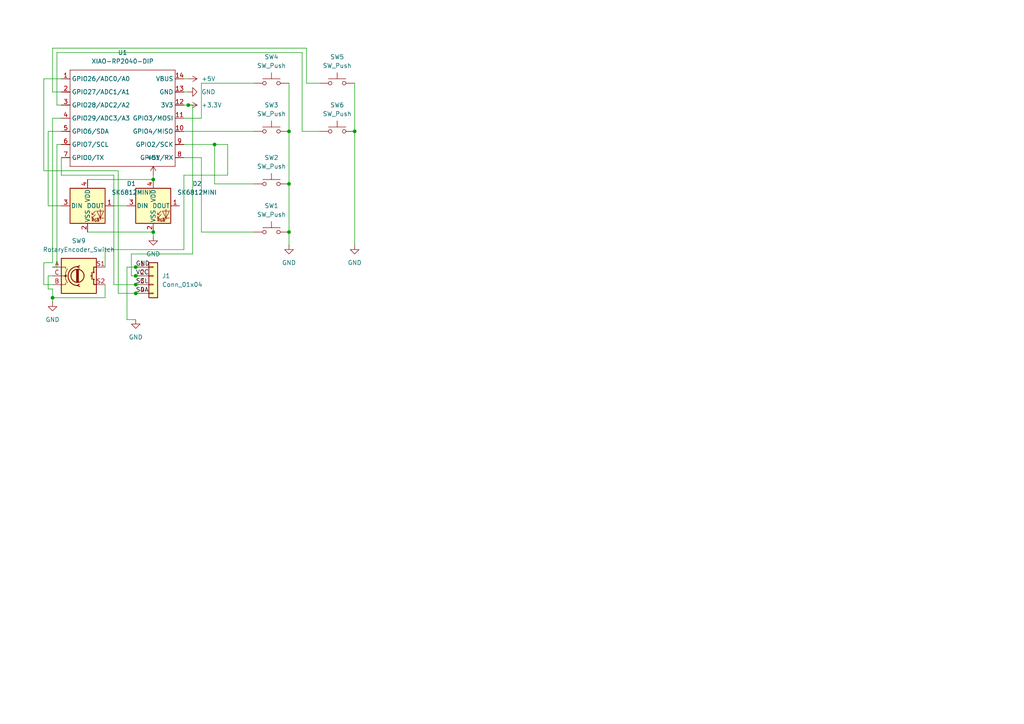
<source format=kicad_sch>
(kicad_sch
	(version 20250114)
	(generator "eeschema")
	(generator_version "9.0")
	(uuid "91f0b259-e73f-488e-b75e-2bf233f2c833")
	(paper "A4")
	(lib_symbols
		(symbol "Connector_Generic:Conn_01x04"
			(pin_names
				(offset 1.016)
				(hide yes)
			)
			(exclude_from_sim no)
			(in_bom yes)
			(on_board yes)
			(property "Reference" "J"
				(at 0 5.08 0)
				(effects
					(font
						(size 1.27 1.27)
					)
				)
			)
			(property "Value" "Conn_01x04"
				(at 0 -7.62 0)
				(effects
					(font
						(size 1.27 1.27)
					)
				)
			)
			(property "Footprint" ""
				(at 0 0 0)
				(effects
					(font
						(size 1.27 1.27)
					)
					(hide yes)
				)
			)
			(property "Datasheet" "~"
				(at 0 0 0)
				(effects
					(font
						(size 1.27 1.27)
					)
					(hide yes)
				)
			)
			(property "Description" "Generic connector, single row, 01x04, script generated (kicad-library-utils/schlib/autogen/connector/)"
				(at 0 0 0)
				(effects
					(font
						(size 1.27 1.27)
					)
					(hide yes)
				)
			)
			(property "ki_keywords" "connector"
				(at 0 0 0)
				(effects
					(font
						(size 1.27 1.27)
					)
					(hide yes)
				)
			)
			(property "ki_fp_filters" "Connector*:*_1x??_*"
				(at 0 0 0)
				(effects
					(font
						(size 1.27 1.27)
					)
					(hide yes)
				)
			)
			(symbol "Conn_01x04_1_1"
				(rectangle
					(start -1.27 3.81)
					(end 1.27 -6.35)
					(stroke
						(width 0.254)
						(type default)
					)
					(fill
						(type background)
					)
				)
				(rectangle
					(start -1.27 2.667)
					(end 0 2.413)
					(stroke
						(width 0.1524)
						(type default)
					)
					(fill
						(type none)
					)
				)
				(rectangle
					(start -1.27 0.127)
					(end 0 -0.127)
					(stroke
						(width 0.1524)
						(type default)
					)
					(fill
						(type none)
					)
				)
				(rectangle
					(start -1.27 -2.413)
					(end 0 -2.667)
					(stroke
						(width 0.1524)
						(type default)
					)
					(fill
						(type none)
					)
				)
				(rectangle
					(start -1.27 -4.953)
					(end 0 -5.207)
					(stroke
						(width 0.1524)
						(type default)
					)
					(fill
						(type none)
					)
				)
				(pin passive line
					(at -5.08 2.54 0)
					(length 3.81)
					(name "Pin_1"
						(effects
							(font
								(size 1.27 1.27)
							)
						)
					)
					(number "1"
						(effects
							(font
								(size 1.27 1.27)
							)
						)
					)
				)
				(pin passive line
					(at -5.08 0 0)
					(length 3.81)
					(name "Pin_2"
						(effects
							(font
								(size 1.27 1.27)
							)
						)
					)
					(number "2"
						(effects
							(font
								(size 1.27 1.27)
							)
						)
					)
				)
				(pin passive line
					(at -5.08 -2.54 0)
					(length 3.81)
					(name "Pin_3"
						(effects
							(font
								(size 1.27 1.27)
							)
						)
					)
					(number "3"
						(effects
							(font
								(size 1.27 1.27)
							)
						)
					)
				)
				(pin passive line
					(at -5.08 -5.08 0)
					(length 3.81)
					(name "Pin_4"
						(effects
							(font
								(size 1.27 1.27)
							)
						)
					)
					(number "4"
						(effects
							(font
								(size 1.27 1.27)
							)
						)
					)
				)
			)
			(embedded_fonts no)
		)
		(symbol "Device:RotaryEncoder_Switch"
			(pin_names
				(offset 0.254)
				(hide yes)
			)
			(exclude_from_sim no)
			(in_bom yes)
			(on_board yes)
			(property "Reference" "SW"
				(at 0 6.604 0)
				(effects
					(font
						(size 1.27 1.27)
					)
				)
			)
			(property "Value" "RotaryEncoder_Switch"
				(at 0 -6.604 0)
				(effects
					(font
						(size 1.27 1.27)
					)
				)
			)
			(property "Footprint" ""
				(at -3.81 4.064 0)
				(effects
					(font
						(size 1.27 1.27)
					)
					(hide yes)
				)
			)
			(property "Datasheet" "~"
				(at 0 6.604 0)
				(effects
					(font
						(size 1.27 1.27)
					)
					(hide yes)
				)
			)
			(property "Description" "Rotary encoder, dual channel, incremental quadrate outputs, with switch"
				(at 0 0 0)
				(effects
					(font
						(size 1.27 1.27)
					)
					(hide yes)
				)
			)
			(property "ki_keywords" "rotary switch encoder switch push button"
				(at 0 0 0)
				(effects
					(font
						(size 1.27 1.27)
					)
					(hide yes)
				)
			)
			(property "ki_fp_filters" "RotaryEncoder*Switch*"
				(at 0 0 0)
				(effects
					(font
						(size 1.27 1.27)
					)
					(hide yes)
				)
			)
			(symbol "RotaryEncoder_Switch_0_1"
				(rectangle
					(start -5.08 5.08)
					(end 5.08 -5.08)
					(stroke
						(width 0.254)
						(type default)
					)
					(fill
						(type background)
					)
				)
				(polyline
					(pts
						(xy -5.08 2.54) (xy -3.81 2.54) (xy -3.81 2.032)
					)
					(stroke
						(width 0)
						(type default)
					)
					(fill
						(type none)
					)
				)
				(polyline
					(pts
						(xy -5.08 0) (xy -3.81 0) (xy -3.81 -1.016) (xy -3.302 -2.032)
					)
					(stroke
						(width 0)
						(type default)
					)
					(fill
						(type none)
					)
				)
				(polyline
					(pts
						(xy -5.08 -2.54) (xy -3.81 -2.54) (xy -3.81 -2.032)
					)
					(stroke
						(width 0)
						(type default)
					)
					(fill
						(type none)
					)
				)
				(polyline
					(pts
						(xy -4.318 0) (xy -3.81 0) (xy -3.81 1.016) (xy -3.302 2.032)
					)
					(stroke
						(width 0)
						(type default)
					)
					(fill
						(type none)
					)
				)
				(circle
					(center -3.81 0)
					(radius 0.254)
					(stroke
						(width 0)
						(type default)
					)
					(fill
						(type outline)
					)
				)
				(polyline
					(pts
						(xy -0.635 -1.778) (xy -0.635 1.778)
					)
					(stroke
						(width 0.254)
						(type default)
					)
					(fill
						(type none)
					)
				)
				(circle
					(center -0.381 0)
					(radius 1.905)
					(stroke
						(width 0.254)
						(type default)
					)
					(fill
						(type none)
					)
				)
				(polyline
					(pts
						(xy -0.381 -1.778) (xy -0.381 1.778)
					)
					(stroke
						(width 0.254)
						(type default)
					)
					(fill
						(type none)
					)
				)
				(arc
					(start -0.381 -2.794)
					(mid -3.0988 -0.0635)
					(end -0.381 2.667)
					(stroke
						(width 0.254)
						(type default)
					)
					(fill
						(type none)
					)
				)
				(polyline
					(pts
						(xy -0.127 1.778) (xy -0.127 -1.778)
					)
					(stroke
						(width 0.254)
						(type default)
					)
					(fill
						(type none)
					)
				)
				(polyline
					(pts
						(xy 0.254 2.921) (xy -0.508 2.667) (xy 0.127 2.286)
					)
					(stroke
						(width 0.254)
						(type default)
					)
					(fill
						(type none)
					)
				)
				(polyline
					(pts
						(xy 0.254 -3.048) (xy -0.508 -2.794) (xy 0.127 -2.413)
					)
					(stroke
						(width 0.254)
						(type default)
					)
					(fill
						(type none)
					)
				)
				(polyline
					(pts
						(xy 3.81 1.016) (xy 3.81 -1.016)
					)
					(stroke
						(width 0.254)
						(type default)
					)
					(fill
						(type none)
					)
				)
				(polyline
					(pts
						(xy 3.81 0) (xy 3.429 0)
					)
					(stroke
						(width 0.254)
						(type default)
					)
					(fill
						(type none)
					)
				)
				(circle
					(center 4.318 1.016)
					(radius 0.127)
					(stroke
						(width 0.254)
						(type default)
					)
					(fill
						(type none)
					)
				)
				(circle
					(center 4.318 -1.016)
					(radius 0.127)
					(stroke
						(width 0.254)
						(type default)
					)
					(fill
						(type none)
					)
				)
				(polyline
					(pts
						(xy 5.08 2.54) (xy 4.318 2.54) (xy 4.318 1.016)
					)
					(stroke
						(width 0.254)
						(type default)
					)
					(fill
						(type none)
					)
				)
				(polyline
					(pts
						(xy 5.08 -2.54) (xy 4.318 -2.54) (xy 4.318 -1.016)
					)
					(stroke
						(width 0.254)
						(type default)
					)
					(fill
						(type none)
					)
				)
			)
			(symbol "RotaryEncoder_Switch_1_1"
				(pin passive line
					(at -7.62 2.54 0)
					(length 2.54)
					(name "A"
						(effects
							(font
								(size 1.27 1.27)
							)
						)
					)
					(number "A"
						(effects
							(font
								(size 1.27 1.27)
							)
						)
					)
				)
				(pin passive line
					(at -7.62 0 0)
					(length 2.54)
					(name "C"
						(effects
							(font
								(size 1.27 1.27)
							)
						)
					)
					(number "C"
						(effects
							(font
								(size 1.27 1.27)
							)
						)
					)
				)
				(pin passive line
					(at -7.62 -2.54 0)
					(length 2.54)
					(name "B"
						(effects
							(font
								(size 1.27 1.27)
							)
						)
					)
					(number "B"
						(effects
							(font
								(size 1.27 1.27)
							)
						)
					)
				)
				(pin passive line
					(at 7.62 2.54 180)
					(length 2.54)
					(name "S1"
						(effects
							(font
								(size 1.27 1.27)
							)
						)
					)
					(number "S1"
						(effects
							(font
								(size 1.27 1.27)
							)
						)
					)
				)
				(pin passive line
					(at 7.62 -2.54 180)
					(length 2.54)
					(name "S2"
						(effects
							(font
								(size 1.27 1.27)
							)
						)
					)
					(number "S2"
						(effects
							(font
								(size 1.27 1.27)
							)
						)
					)
				)
			)
			(embedded_fonts no)
		)
		(symbol "LED:SK6812MINI"
			(pin_names
				(offset 0.254)
			)
			(exclude_from_sim no)
			(in_bom yes)
			(on_board yes)
			(property "Reference" "D"
				(at 5.08 5.715 0)
				(effects
					(font
						(size 1.27 1.27)
					)
					(justify right bottom)
				)
			)
			(property "Value" "SK6812MINI"
				(at 1.27 -5.715 0)
				(effects
					(font
						(size 1.27 1.27)
					)
					(justify left top)
				)
			)
			(property "Footprint" "LED_SMD:LED_SK6812MINI_PLCC4_3.5x3.5mm_P1.75mm"
				(at 1.27 -7.62 0)
				(effects
					(font
						(size 1.27 1.27)
					)
					(justify left top)
					(hide yes)
				)
			)
			(property "Datasheet" "https://cdn-shop.adafruit.com/product-files/2686/SK6812MINI_REV.01-1-2.pdf"
				(at 2.54 -9.525 0)
				(effects
					(font
						(size 1.27 1.27)
					)
					(justify left top)
					(hide yes)
				)
			)
			(property "Description" "RGB LED with integrated controller"
				(at 0 0 0)
				(effects
					(font
						(size 1.27 1.27)
					)
					(hide yes)
				)
			)
			(property "ki_keywords" "RGB LED NeoPixel Mini addressable"
				(at 0 0 0)
				(effects
					(font
						(size 1.27 1.27)
					)
					(hide yes)
				)
			)
			(property "ki_fp_filters" "LED*SK6812MINI*PLCC*3.5x3.5mm*P1.75mm*"
				(at 0 0 0)
				(effects
					(font
						(size 1.27 1.27)
					)
					(hide yes)
				)
			)
			(symbol "SK6812MINI_0_0"
				(text "RGB"
					(at 2.286 -4.191 0)
					(effects
						(font
							(size 0.762 0.762)
						)
					)
				)
			)
			(symbol "SK6812MINI_0_1"
				(polyline
					(pts
						(xy 1.27 -2.54) (xy 1.778 -2.54)
					)
					(stroke
						(width 0)
						(type default)
					)
					(fill
						(type none)
					)
				)
				(polyline
					(pts
						(xy 1.27 -3.556) (xy 1.778 -3.556)
					)
					(stroke
						(width 0)
						(type default)
					)
					(fill
						(type none)
					)
				)
				(polyline
					(pts
						(xy 2.286 -1.524) (xy 1.27 -2.54) (xy 1.27 -2.032)
					)
					(stroke
						(width 0)
						(type default)
					)
					(fill
						(type none)
					)
				)
				(polyline
					(pts
						(xy 2.286 -2.54) (xy 1.27 -3.556) (xy 1.27 -3.048)
					)
					(stroke
						(width 0)
						(type default)
					)
					(fill
						(type none)
					)
				)
				(polyline
					(pts
						(xy 3.683 -1.016) (xy 3.683 -3.556) (xy 3.683 -4.064)
					)
					(stroke
						(width 0)
						(type default)
					)
					(fill
						(type none)
					)
				)
				(polyline
					(pts
						(xy 4.699 -1.524) (xy 2.667 -1.524) (xy 3.683 -3.556) (xy 4.699 -1.524)
					)
					(stroke
						(width 0)
						(type default)
					)
					(fill
						(type none)
					)
				)
				(polyline
					(pts
						(xy 4.699 -3.556) (xy 2.667 -3.556)
					)
					(stroke
						(width 0)
						(type default)
					)
					(fill
						(type none)
					)
				)
				(rectangle
					(start 5.08 5.08)
					(end -5.08 -5.08)
					(stroke
						(width 0.254)
						(type default)
					)
					(fill
						(type background)
					)
				)
			)
			(symbol "SK6812MINI_1_1"
				(pin input line
					(at -7.62 0 0)
					(length 2.54)
					(name "DIN"
						(effects
							(font
								(size 1.27 1.27)
							)
						)
					)
					(number "3"
						(effects
							(font
								(size 1.27 1.27)
							)
						)
					)
				)
				(pin power_in line
					(at 0 7.62 270)
					(length 2.54)
					(name "VDD"
						(effects
							(font
								(size 1.27 1.27)
							)
						)
					)
					(number "4"
						(effects
							(font
								(size 1.27 1.27)
							)
						)
					)
				)
				(pin power_in line
					(at 0 -7.62 90)
					(length 2.54)
					(name "VSS"
						(effects
							(font
								(size 1.27 1.27)
							)
						)
					)
					(number "2"
						(effects
							(font
								(size 1.27 1.27)
							)
						)
					)
				)
				(pin output line
					(at 7.62 0 180)
					(length 2.54)
					(name "DOUT"
						(effects
							(font
								(size 1.27 1.27)
							)
						)
					)
					(number "1"
						(effects
							(font
								(size 1.27 1.27)
							)
						)
					)
				)
			)
			(embedded_fonts no)
		)
		(symbol "OPL Lib:XIAO-RP2040-DIP"
			(exclude_from_sim no)
			(in_bom yes)
			(on_board yes)
			(property "Reference" "U"
				(at 0 0 0)
				(effects
					(font
						(size 1.27 1.27)
					)
				)
			)
			(property "Value" "XIAO-RP2040-DIP"
				(at 5.334 -1.778 0)
				(effects
					(font
						(size 1.27 1.27)
					)
				)
			)
			(property "Footprint" "Module:MOUDLE14P-XIAO-DIP-SMD"
				(at 14.478 -32.258 0)
				(effects
					(font
						(size 1.27 1.27)
					)
					(hide yes)
				)
			)
			(property "Datasheet" ""
				(at 0 0 0)
				(effects
					(font
						(size 1.27 1.27)
					)
					(hide yes)
				)
			)
			(property "Description" ""
				(at 0 0 0)
				(effects
					(font
						(size 1.27 1.27)
					)
					(hide yes)
				)
			)
			(symbol "XIAO-RP2040-DIP_1_0"
				(polyline
					(pts
						(xy -1.27 -2.54) (xy 29.21 -2.54)
					)
					(stroke
						(width 0.1524)
						(type solid)
					)
					(fill
						(type none)
					)
				)
				(polyline
					(pts
						(xy -1.27 -5.08) (xy -2.54 -5.08)
					)
					(stroke
						(width 0.1524)
						(type solid)
					)
					(fill
						(type none)
					)
				)
				(polyline
					(pts
						(xy -1.27 -5.08) (xy -1.27 -2.54)
					)
					(stroke
						(width 0.1524)
						(type solid)
					)
					(fill
						(type none)
					)
				)
				(polyline
					(pts
						(xy -1.27 -8.89) (xy -2.54 -8.89)
					)
					(stroke
						(width 0.1524)
						(type solid)
					)
					(fill
						(type none)
					)
				)
				(polyline
					(pts
						(xy -1.27 -8.89) (xy -1.27 -5.08)
					)
					(stroke
						(width 0.1524)
						(type solid)
					)
					(fill
						(type none)
					)
				)
				(polyline
					(pts
						(xy -1.27 -12.7) (xy -2.54 -12.7)
					)
					(stroke
						(width 0.1524)
						(type solid)
					)
					(fill
						(type none)
					)
				)
				(polyline
					(pts
						(xy -1.27 -12.7) (xy -1.27 -8.89)
					)
					(stroke
						(width 0.1524)
						(type solid)
					)
					(fill
						(type none)
					)
				)
				(polyline
					(pts
						(xy -1.27 -16.51) (xy -2.54 -16.51)
					)
					(stroke
						(width 0.1524)
						(type solid)
					)
					(fill
						(type none)
					)
				)
				(polyline
					(pts
						(xy -1.27 -16.51) (xy -1.27 -12.7)
					)
					(stroke
						(width 0.1524)
						(type solid)
					)
					(fill
						(type none)
					)
				)
				(polyline
					(pts
						(xy -1.27 -20.32) (xy -2.54 -20.32)
					)
					(stroke
						(width 0.1524)
						(type solid)
					)
					(fill
						(type none)
					)
				)
				(polyline
					(pts
						(xy -1.27 -24.13) (xy -2.54 -24.13)
					)
					(stroke
						(width 0.1524)
						(type solid)
					)
					(fill
						(type none)
					)
				)
				(polyline
					(pts
						(xy -1.27 -27.94) (xy -2.54 -27.94)
					)
					(stroke
						(width 0.1524)
						(type solid)
					)
					(fill
						(type none)
					)
				)
				(polyline
					(pts
						(xy -1.27 -30.48) (xy -1.27 -16.51)
					)
					(stroke
						(width 0.1524)
						(type solid)
					)
					(fill
						(type none)
					)
				)
				(polyline
					(pts
						(xy 29.21 -2.54) (xy 29.21 -5.08)
					)
					(stroke
						(width 0.1524)
						(type solid)
					)
					(fill
						(type none)
					)
				)
				(polyline
					(pts
						(xy 29.21 -5.08) (xy 29.21 -8.89)
					)
					(stroke
						(width 0.1524)
						(type solid)
					)
					(fill
						(type none)
					)
				)
				(polyline
					(pts
						(xy 29.21 -8.89) (xy 29.21 -12.7)
					)
					(stroke
						(width 0.1524)
						(type solid)
					)
					(fill
						(type none)
					)
				)
				(polyline
					(pts
						(xy 29.21 -12.7) (xy 29.21 -30.48)
					)
					(stroke
						(width 0.1524)
						(type solid)
					)
					(fill
						(type none)
					)
				)
				(polyline
					(pts
						(xy 29.21 -30.48) (xy -1.27 -30.48)
					)
					(stroke
						(width 0.1524)
						(type solid)
					)
					(fill
						(type none)
					)
				)
				(polyline
					(pts
						(xy 30.48 -5.08) (xy 29.21 -5.08)
					)
					(stroke
						(width 0.1524)
						(type solid)
					)
					(fill
						(type none)
					)
				)
				(polyline
					(pts
						(xy 30.48 -8.89) (xy 29.21 -8.89)
					)
					(stroke
						(width 0.1524)
						(type solid)
					)
					(fill
						(type none)
					)
				)
				(polyline
					(pts
						(xy 30.48 -12.7) (xy 29.21 -12.7)
					)
					(stroke
						(width 0.1524)
						(type solid)
					)
					(fill
						(type none)
					)
				)
				(polyline
					(pts
						(xy 30.48 -16.51) (xy 29.21 -16.51)
					)
					(stroke
						(width 0.1524)
						(type solid)
					)
					(fill
						(type none)
					)
				)
				(polyline
					(pts
						(xy 30.48 -20.32) (xy 29.21 -20.32)
					)
					(stroke
						(width 0.1524)
						(type solid)
					)
					(fill
						(type none)
					)
				)
				(polyline
					(pts
						(xy 30.48 -24.13) (xy 29.21 -24.13)
					)
					(stroke
						(width 0.1524)
						(type solid)
					)
					(fill
						(type none)
					)
				)
				(polyline
					(pts
						(xy 30.48 -27.94) (xy 29.21 -27.94)
					)
					(stroke
						(width 0.1524)
						(type solid)
					)
					(fill
						(type none)
					)
				)
				(pin passive line
					(at -3.81 -5.08 0)
					(length 2.54)
					(name "GPIO26/ADC0/A0"
						(effects
							(font
								(size 1.27 1.27)
							)
						)
					)
					(number "1"
						(effects
							(font
								(size 1.27 1.27)
							)
						)
					)
				)
				(pin passive line
					(at -3.81 -8.89 0)
					(length 2.54)
					(name "GPIO27/ADC1/A1"
						(effects
							(font
								(size 1.27 1.27)
							)
						)
					)
					(number "2"
						(effects
							(font
								(size 1.27 1.27)
							)
						)
					)
				)
				(pin passive line
					(at -3.81 -12.7 0)
					(length 2.54)
					(name "GPIO28/ADC2/A2"
						(effects
							(font
								(size 1.27 1.27)
							)
						)
					)
					(number "3"
						(effects
							(font
								(size 1.27 1.27)
							)
						)
					)
				)
				(pin passive line
					(at -3.81 -16.51 0)
					(length 2.54)
					(name "GPIO29/ADC3/A3"
						(effects
							(font
								(size 1.27 1.27)
							)
						)
					)
					(number "4"
						(effects
							(font
								(size 1.27 1.27)
							)
						)
					)
				)
				(pin passive line
					(at -3.81 -20.32 0)
					(length 2.54)
					(name "GPIO6/SDA"
						(effects
							(font
								(size 1.27 1.27)
							)
						)
					)
					(number "5"
						(effects
							(font
								(size 1.27 1.27)
							)
						)
					)
				)
				(pin passive line
					(at -3.81 -24.13 0)
					(length 2.54)
					(name "GPIO7/SCL"
						(effects
							(font
								(size 1.27 1.27)
							)
						)
					)
					(number "6"
						(effects
							(font
								(size 1.27 1.27)
							)
						)
					)
				)
				(pin passive line
					(at -3.81 -27.94 0)
					(length 2.54)
					(name "GPIO0/TX"
						(effects
							(font
								(size 1.27 1.27)
							)
						)
					)
					(number "7"
						(effects
							(font
								(size 1.27 1.27)
							)
						)
					)
				)
				(pin passive line
					(at 31.75 -5.08 180)
					(length 2.54)
					(name "VBUS"
						(effects
							(font
								(size 1.27 1.27)
							)
						)
					)
					(number "14"
						(effects
							(font
								(size 1.27 1.27)
							)
						)
					)
				)
				(pin passive line
					(at 31.75 -8.89 180)
					(length 2.54)
					(name "GND"
						(effects
							(font
								(size 1.27 1.27)
							)
						)
					)
					(number "13"
						(effects
							(font
								(size 1.27 1.27)
							)
						)
					)
				)
				(pin passive line
					(at 31.75 -12.7 180)
					(length 2.54)
					(name "3V3"
						(effects
							(font
								(size 1.27 1.27)
							)
						)
					)
					(number "12"
						(effects
							(font
								(size 1.27 1.27)
							)
						)
					)
				)
				(pin passive line
					(at 31.75 -16.51 180)
					(length 2.54)
					(name "GPIO3/MOSI"
						(effects
							(font
								(size 1.27 1.27)
							)
						)
					)
					(number "11"
						(effects
							(font
								(size 1.27 1.27)
							)
						)
					)
				)
				(pin passive line
					(at 31.75 -20.32 180)
					(length 2.54)
					(name "GPIO4/MISO"
						(effects
							(font
								(size 1.27 1.27)
							)
						)
					)
					(number "10"
						(effects
							(font
								(size 1.27 1.27)
							)
						)
					)
				)
				(pin passive line
					(at 31.75 -24.13 180)
					(length 2.54)
					(name "GPIO2/SCK"
						(effects
							(font
								(size 1.27 1.27)
							)
						)
					)
					(number "9"
						(effects
							(font
								(size 1.27 1.27)
							)
						)
					)
				)
				(pin passive line
					(at 31.75 -27.94 180)
					(length 2.54)
					(name "GPIO1/RX"
						(effects
							(font
								(size 1.27 1.27)
							)
						)
					)
					(number "8"
						(effects
							(font
								(size 1.27 1.27)
							)
						)
					)
				)
			)
			(embedded_fonts no)
		)
		(symbol "Switch:SW_Push"
			(pin_numbers
				(hide yes)
			)
			(pin_names
				(offset 1.016)
				(hide yes)
			)
			(exclude_from_sim no)
			(in_bom yes)
			(on_board yes)
			(property "Reference" "SW"
				(at 1.27 2.54 0)
				(effects
					(font
						(size 1.27 1.27)
					)
					(justify left)
				)
			)
			(property "Value" "SW_Push"
				(at 0 -1.524 0)
				(effects
					(font
						(size 1.27 1.27)
					)
				)
			)
			(property "Footprint" ""
				(at 0 5.08 0)
				(effects
					(font
						(size 1.27 1.27)
					)
					(hide yes)
				)
			)
			(property "Datasheet" "~"
				(at 0 5.08 0)
				(effects
					(font
						(size 1.27 1.27)
					)
					(hide yes)
				)
			)
			(property "Description" "Push button switch, generic, two pins"
				(at 0 0 0)
				(effects
					(font
						(size 1.27 1.27)
					)
					(hide yes)
				)
			)
			(property "ki_keywords" "switch normally-open pushbutton push-button"
				(at 0 0 0)
				(effects
					(font
						(size 1.27 1.27)
					)
					(hide yes)
				)
			)
			(symbol "SW_Push_0_1"
				(circle
					(center -2.032 0)
					(radius 0.508)
					(stroke
						(width 0)
						(type default)
					)
					(fill
						(type none)
					)
				)
				(polyline
					(pts
						(xy 0 1.27) (xy 0 3.048)
					)
					(stroke
						(width 0)
						(type default)
					)
					(fill
						(type none)
					)
				)
				(circle
					(center 2.032 0)
					(radius 0.508)
					(stroke
						(width 0)
						(type default)
					)
					(fill
						(type none)
					)
				)
				(polyline
					(pts
						(xy 2.54 1.27) (xy -2.54 1.27)
					)
					(stroke
						(width 0)
						(type default)
					)
					(fill
						(type none)
					)
				)
				(pin passive line
					(at -5.08 0 0)
					(length 2.54)
					(name "1"
						(effects
							(font
								(size 1.27 1.27)
							)
						)
					)
					(number "1"
						(effects
							(font
								(size 1.27 1.27)
							)
						)
					)
				)
				(pin passive line
					(at 5.08 0 180)
					(length 2.54)
					(name "2"
						(effects
							(font
								(size 1.27 1.27)
							)
						)
					)
					(number "2"
						(effects
							(font
								(size 1.27 1.27)
							)
						)
					)
				)
			)
			(embedded_fonts no)
		)
		(symbol "power:+3.3V"
			(power)
			(pin_numbers
				(hide yes)
			)
			(pin_names
				(offset 0)
				(hide yes)
			)
			(exclude_from_sim no)
			(in_bom yes)
			(on_board yes)
			(property "Reference" "#PWR"
				(at 0 -3.81 0)
				(effects
					(font
						(size 1.27 1.27)
					)
					(hide yes)
				)
			)
			(property "Value" "+3.3V"
				(at 0 3.556 0)
				(effects
					(font
						(size 1.27 1.27)
					)
				)
			)
			(property "Footprint" ""
				(at 0 0 0)
				(effects
					(font
						(size 1.27 1.27)
					)
					(hide yes)
				)
			)
			(property "Datasheet" ""
				(at 0 0 0)
				(effects
					(font
						(size 1.27 1.27)
					)
					(hide yes)
				)
			)
			(property "Description" "Power symbol creates a global label with name \"+3.3V\""
				(at 0 0 0)
				(effects
					(font
						(size 1.27 1.27)
					)
					(hide yes)
				)
			)
			(property "ki_keywords" "global power"
				(at 0 0 0)
				(effects
					(font
						(size 1.27 1.27)
					)
					(hide yes)
				)
			)
			(symbol "+3.3V_0_1"
				(polyline
					(pts
						(xy -0.762 1.27) (xy 0 2.54)
					)
					(stroke
						(width 0)
						(type default)
					)
					(fill
						(type none)
					)
				)
				(polyline
					(pts
						(xy 0 2.54) (xy 0.762 1.27)
					)
					(stroke
						(width 0)
						(type default)
					)
					(fill
						(type none)
					)
				)
				(polyline
					(pts
						(xy 0 0) (xy 0 2.54)
					)
					(stroke
						(width 0)
						(type default)
					)
					(fill
						(type none)
					)
				)
			)
			(symbol "+3.3V_1_1"
				(pin power_in line
					(at 0 0 90)
					(length 0)
					(name "~"
						(effects
							(font
								(size 1.27 1.27)
							)
						)
					)
					(number "1"
						(effects
							(font
								(size 1.27 1.27)
							)
						)
					)
				)
			)
			(embedded_fonts no)
		)
		(symbol "power:+5V"
			(power)
			(pin_numbers
				(hide yes)
			)
			(pin_names
				(offset 0)
				(hide yes)
			)
			(exclude_from_sim no)
			(in_bom yes)
			(on_board yes)
			(property "Reference" "#PWR"
				(at 0 -3.81 0)
				(effects
					(font
						(size 1.27 1.27)
					)
					(hide yes)
				)
			)
			(property "Value" "+5V"
				(at 0 3.556 0)
				(effects
					(font
						(size 1.27 1.27)
					)
				)
			)
			(property "Footprint" ""
				(at 0 0 0)
				(effects
					(font
						(size 1.27 1.27)
					)
					(hide yes)
				)
			)
			(property "Datasheet" ""
				(at 0 0 0)
				(effects
					(font
						(size 1.27 1.27)
					)
					(hide yes)
				)
			)
			(property "Description" "Power symbol creates a global label with name \"+5V\""
				(at 0 0 0)
				(effects
					(font
						(size 1.27 1.27)
					)
					(hide yes)
				)
			)
			(property "ki_keywords" "global power"
				(at 0 0 0)
				(effects
					(font
						(size 1.27 1.27)
					)
					(hide yes)
				)
			)
			(symbol "+5V_0_1"
				(polyline
					(pts
						(xy -0.762 1.27) (xy 0 2.54)
					)
					(stroke
						(width 0)
						(type default)
					)
					(fill
						(type none)
					)
				)
				(polyline
					(pts
						(xy 0 2.54) (xy 0.762 1.27)
					)
					(stroke
						(width 0)
						(type default)
					)
					(fill
						(type none)
					)
				)
				(polyline
					(pts
						(xy 0 0) (xy 0 2.54)
					)
					(stroke
						(width 0)
						(type default)
					)
					(fill
						(type none)
					)
				)
			)
			(symbol "+5V_1_1"
				(pin power_in line
					(at 0 0 90)
					(length 0)
					(name "~"
						(effects
							(font
								(size 1.27 1.27)
							)
						)
					)
					(number "1"
						(effects
							(font
								(size 1.27 1.27)
							)
						)
					)
				)
			)
			(embedded_fonts no)
		)
		(symbol "power:GND"
			(power)
			(pin_numbers
				(hide yes)
			)
			(pin_names
				(offset 0)
				(hide yes)
			)
			(exclude_from_sim no)
			(in_bom yes)
			(on_board yes)
			(property "Reference" "#PWR"
				(at 0 -6.35 0)
				(effects
					(font
						(size 1.27 1.27)
					)
					(hide yes)
				)
			)
			(property "Value" "GND"
				(at 0 -3.81 0)
				(effects
					(font
						(size 1.27 1.27)
					)
				)
			)
			(property "Footprint" ""
				(at 0 0 0)
				(effects
					(font
						(size 1.27 1.27)
					)
					(hide yes)
				)
			)
			(property "Datasheet" ""
				(at 0 0 0)
				(effects
					(font
						(size 1.27 1.27)
					)
					(hide yes)
				)
			)
			(property "Description" "Power symbol creates a global label with name \"GND\" , ground"
				(at 0 0 0)
				(effects
					(font
						(size 1.27 1.27)
					)
					(hide yes)
				)
			)
			(property "ki_keywords" "global power"
				(at 0 0 0)
				(effects
					(font
						(size 1.27 1.27)
					)
					(hide yes)
				)
			)
			(symbol "GND_0_1"
				(polyline
					(pts
						(xy 0 0) (xy 0 -1.27) (xy 1.27 -1.27) (xy 0 -2.54) (xy -1.27 -1.27) (xy 0 -1.27)
					)
					(stroke
						(width 0)
						(type default)
					)
					(fill
						(type none)
					)
				)
			)
			(symbol "GND_1_1"
				(pin power_in line
					(at 0 0 270)
					(length 0)
					(name "~"
						(effects
							(font
								(size 1.27 1.27)
							)
						)
					)
					(number "1"
						(effects
							(font
								(size 1.27 1.27)
							)
						)
					)
				)
			)
			(embedded_fonts no)
		)
	)
	(junction
		(at 39.37 82.55)
		(diameter 0)
		(color 0 0 0 0)
		(uuid "0b775be2-4856-4b21-a3e3-e6e76bc9651f")
	)
	(junction
		(at 39.37 77.47)
		(diameter 0)
		(color 0 0 0 0)
		(uuid "15778969-9826-4336-8f9f-6e28d54a6afe")
	)
	(junction
		(at 83.82 67.31)
		(diameter 0)
		(color 0 0 0 0)
		(uuid "18c576a6-7c9c-4338-8c3f-ba12073f9b32")
	)
	(junction
		(at 39.37 80.01)
		(diameter 0)
		(color 0 0 0 0)
		(uuid "30a81bcf-633d-43ad-9362-99de04d47f8a")
	)
	(junction
		(at 83.82 38.1)
		(diameter 0)
		(color 0 0 0 0)
		(uuid "31859cf2-20a7-4daf-9544-f26463f4448e")
	)
	(junction
		(at 39.37 85.09)
		(diameter 0)
		(color 0 0 0 0)
		(uuid "435f52b0-c38b-476b-a093-61370b4e4ec3")
	)
	(junction
		(at 83.82 53.34)
		(diameter 0)
		(color 0 0 0 0)
		(uuid "77911b1c-7b9c-455a-906d-c9361c65d02f")
	)
	(junction
		(at 54.61 30.48)
		(diameter 0)
		(color 0 0 0 0)
		(uuid "82de6f16-80c2-471c-ba05-1afb23216499")
	)
	(junction
		(at 15.24 86.36)
		(diameter 0)
		(color 0 0 0 0)
		(uuid "92cc0a53-bc0a-4211-8c68-8f25a07d1302")
	)
	(junction
		(at 44.45 52.07)
		(diameter 0)
		(color 0 0 0 0)
		(uuid "9a541623-3abf-486e-beba-55aa3facbaf8")
	)
	(junction
		(at 62.23 41.91)
		(diameter 0)
		(color 0 0 0 0)
		(uuid "b2c2deea-7b3e-47ac-acfb-9edc05423f5b")
	)
	(junction
		(at 44.45 67.31)
		(diameter 0)
		(color 0 0 0 0)
		(uuid "f16e6405-6d88-46a3-98e1-5493e3f08209")
	)
	(junction
		(at 102.87 38.1)
		(diameter 0)
		(color 0 0 0 0)
		(uuid "faf7dab7-8ec0-40b1-a15c-2c24d3b0dc51")
	)
	(wire
		(pts
			(xy 83.82 24.13) (xy 83.82 38.1)
		)
		(stroke
			(width 0)
			(type default)
		)
		(uuid "0bd79175-446e-43a4-bdbb-80ee2b81fa4a")
	)
	(wire
		(pts
			(xy 33.02 59.69) (xy 36.83 59.69)
		)
		(stroke
			(width 0)
			(type default)
		)
		(uuid "0f62f77f-daf9-46e0-902b-0f766697a7dd")
	)
	(wire
		(pts
			(xy 44.45 50.8) (xy 44.45 52.07)
		)
		(stroke
			(width 0)
			(type default)
		)
		(uuid "13cd7254-681e-4dd8-9b0c-daee0e5c82df")
	)
	(wire
		(pts
			(xy 92.71 38.1) (xy 87.63 38.1)
		)
		(stroke
			(width 0)
			(type default)
		)
		(uuid "17b3b0be-58e3-4f63-9d51-8ac7dd4aaa58")
	)
	(wire
		(pts
			(xy 13.97 80.01) (xy 15.24 80.01)
		)
		(stroke
			(width 0)
			(type default)
		)
		(uuid "188fe697-f411-4062-a8b5-1c313686632f")
	)
	(wire
		(pts
			(xy 53.34 22.86) (xy 54.61 22.86)
		)
		(stroke
			(width 0)
			(type default)
		)
		(uuid "1cc6717b-a17d-4244-93b8-149629b8ff20")
	)
	(wire
		(pts
			(xy 15.24 86.36) (xy 15.24 83.82)
		)
		(stroke
			(width 0)
			(type default)
		)
		(uuid "1e55c9ec-1f4c-426e-bd24-3e06a69383be")
	)
	(wire
		(pts
			(xy 17.78 34.29) (xy 15.24 34.29)
		)
		(stroke
			(width 0)
			(type default)
		)
		(uuid "2384d6f6-aaf0-4c8c-b16f-be499c0da5cd")
	)
	(wire
		(pts
			(xy 12.7 76.2) (xy 12.7 82.55)
		)
		(stroke
			(width 0)
			(type default)
		)
		(uuid "2a41b265-b19b-43a7-8b59-94c85b4f828e")
	)
	(wire
		(pts
			(xy 39.37 77.47) (xy 36.83 77.47)
		)
		(stroke
			(width 0)
			(type default)
		)
		(uuid "2adf2e01-951d-4a31-b75c-75e61118c8cb")
	)
	(wire
		(pts
			(xy 53.34 41.91) (xy 62.23 41.91)
		)
		(stroke
			(width 0)
			(type default)
		)
		(uuid "334605a7-30fb-473a-867a-8d8025ff84b3")
	)
	(wire
		(pts
			(xy 17.78 59.69) (xy 13.97 59.69)
		)
		(stroke
			(width 0)
			(type default)
		)
		(uuid "380659e0-fdad-4e68-9226-b430dd73dd82")
	)
	(wire
		(pts
			(xy 40.64 82.55) (xy 39.37 82.55)
		)
		(stroke
			(width 0)
			(type default)
		)
		(uuid "393a104b-6faf-4e7a-9176-af2de772f68e")
	)
	(wire
		(pts
			(xy 87.63 38.1) (xy 87.63 15.24)
		)
		(stroke
			(width 0)
			(type default)
		)
		(uuid "3a7bd1cc-4601-4682-a163-8427734175bb")
	)
	(wire
		(pts
			(xy 39.37 80.01) (xy 38.1 80.01)
		)
		(stroke
			(width 0)
			(type default)
		)
		(uuid "3cc86135-1375-4f08-bc96-bbc3ffbf6eeb")
	)
	(wire
		(pts
			(xy 83.82 71.12) (xy 83.82 67.31)
		)
		(stroke
			(width 0)
			(type default)
		)
		(uuid "3d0cf1b0-2458-4f21-8f60-a29dac630f9e")
	)
	(wire
		(pts
			(xy 58.42 67.31) (xy 58.42 45.72)
		)
		(stroke
			(width 0)
			(type default)
		)
		(uuid "3dcc6253-5d22-4b02-9ec4-3f471d2edb56")
	)
	(wire
		(pts
			(xy 15.24 34.29) (xy 15.24 76.2)
		)
		(stroke
			(width 0)
			(type default)
		)
		(uuid "42723612-b558-41a6-81df-0e0d8cf4732c")
	)
	(wire
		(pts
			(xy 55.88 30.48) (xy 54.61 30.48)
		)
		(stroke
			(width 0)
			(type default)
		)
		(uuid "47197238-2f50-4191-9118-19c6de5d7ebe")
	)
	(wire
		(pts
			(xy 17.78 50.8) (xy 17.78 45.72)
		)
		(stroke
			(width 0)
			(type default)
		)
		(uuid "4ebd5400-5d23-48f0-b6c3-b8909ebffa10")
	)
	(wire
		(pts
			(xy 88.9 24.13) (xy 88.9 13.97)
		)
		(stroke
			(width 0)
			(type default)
		)
		(uuid "51ef79b5-1c70-4972-b84b-40dacac69bfb")
	)
	(wire
		(pts
			(xy 34.29 49.53) (xy 12.7 49.53)
		)
		(stroke
			(width 0)
			(type default)
		)
		(uuid "55d7ab81-5c1a-47e2-bb65-17e668f07a2d")
	)
	(wire
		(pts
			(xy 73.66 67.31) (xy 58.42 67.31)
		)
		(stroke
			(width 0)
			(type default)
		)
		(uuid "586d8b05-4a17-4895-bee0-b160c6e27135")
	)
	(wire
		(pts
			(xy 100.33 38.1) (xy 102.87 38.1)
		)
		(stroke
			(width 0)
			(type default)
		)
		(uuid "5b432c40-b3d7-4ac9-b017-90952c73726a")
	)
	(wire
		(pts
			(xy 30.48 72.39) (xy 53.34 72.39)
		)
		(stroke
			(width 0)
			(type default)
		)
		(uuid "5be14742-f268-47f7-b100-45d19b258c0b")
	)
	(wire
		(pts
			(xy 12.7 22.86) (xy 17.78 22.86)
		)
		(stroke
			(width 0)
			(type default)
		)
		(uuid "5c2055cb-9d50-463f-a086-fb50926880ee")
	)
	(wire
		(pts
			(xy 16.51 77.47) (xy 15.24 77.47)
		)
		(stroke
			(width 0)
			(type default)
		)
		(uuid "63e67bb0-3992-4346-a3ca-052c3b59f9f7")
	)
	(wire
		(pts
			(xy 16.51 41.91) (xy 16.51 77.47)
		)
		(stroke
			(width 0)
			(type default)
		)
		(uuid "64b5c34b-f8f1-495a-b8c1-20087a0d57f6")
	)
	(wire
		(pts
			(xy 39.37 85.09) (xy 34.29 85.09)
		)
		(stroke
			(width 0)
			(type default)
		)
		(uuid "66ebbccf-3f52-419f-8123-1a22ca466bc3")
	)
	(wire
		(pts
			(xy 39.37 82.55) (xy 33.02 82.55)
		)
		(stroke
			(width 0)
			(type default)
		)
		(uuid "6eb5cd7f-a173-491b-8521-78b7e48fc465")
	)
	(wire
		(pts
			(xy 83.82 53.34) (xy 83.82 67.31)
		)
		(stroke
			(width 0)
			(type default)
		)
		(uuid "70e3e80d-c78c-4ac7-a92e-dbeba3a53119")
	)
	(wire
		(pts
			(xy 87.63 15.24) (xy 16.51 15.24)
		)
		(stroke
			(width 0)
			(type default)
		)
		(uuid "77136f80-1333-4ef2-b6cd-0e441aaae67b")
	)
	(wire
		(pts
			(xy 30.48 82.55) (xy 30.48 86.36)
		)
		(stroke
			(width 0)
			(type default)
		)
		(uuid "77b9ef70-b81c-42a0-a088-9fc6eddc57f9")
	)
	(wire
		(pts
			(xy 38.1 80.01) (xy 38.1 73.66)
		)
		(stroke
			(width 0)
			(type default)
		)
		(uuid "79c19bc1-5c2d-47b2-bfdb-5ee99e5ee248")
	)
	(wire
		(pts
			(xy 15.24 76.2) (xy 12.7 76.2)
		)
		(stroke
			(width 0)
			(type default)
		)
		(uuid "8002c9db-b3d6-4beb-b959-4b8954c78452")
	)
	(wire
		(pts
			(xy 13.97 59.69) (xy 13.97 38.1)
		)
		(stroke
			(width 0)
			(type default)
		)
		(uuid "8200bf84-9577-4e4d-80b9-1fa16278985a")
	)
	(wire
		(pts
			(xy 53.34 38.1) (xy 73.66 38.1)
		)
		(stroke
			(width 0)
			(type default)
		)
		(uuid "88d0f29e-359c-44b6-847d-1a22740840a9")
	)
	(wire
		(pts
			(xy 102.87 38.1) (xy 102.87 71.12)
		)
		(stroke
			(width 0)
			(type default)
		)
		(uuid "89bd86e9-35b3-4be9-8933-e5080c5b0ca3")
	)
	(wire
		(pts
			(xy 92.71 24.13) (xy 88.9 24.13)
		)
		(stroke
			(width 0)
			(type default)
		)
		(uuid "8a64f2dc-e784-4961-900f-4a848d2de652")
	)
	(wire
		(pts
			(xy 88.9 13.97) (xy 15.24 13.97)
		)
		(stroke
			(width 0)
			(type default)
		)
		(uuid "8d246628-fec3-4404-8015-174516b64252")
	)
	(wire
		(pts
			(xy 15.24 87.63) (xy 15.24 86.36)
		)
		(stroke
			(width 0)
			(type default)
		)
		(uuid "8d3e3f70-2614-4c5f-9b78-f7b84309248e")
	)
	(wire
		(pts
			(xy 40.64 85.09) (xy 39.37 85.09)
		)
		(stroke
			(width 0)
			(type default)
		)
		(uuid "8f29eb63-c539-403b-8b39-35c6f7698955")
	)
	(wire
		(pts
			(xy 15.24 83.82) (xy 13.97 83.82)
		)
		(stroke
			(width 0)
			(type default)
		)
		(uuid "9088606e-441c-455b-978f-fd50bdbfa524")
	)
	(wire
		(pts
			(xy 38.1 73.66) (xy 55.88 73.66)
		)
		(stroke
			(width 0)
			(type default)
		)
		(uuid "93440459-7a34-4b8c-94bb-b47689c61529")
	)
	(wire
		(pts
			(xy 33.02 50.8) (xy 17.78 50.8)
		)
		(stroke
			(width 0)
			(type default)
		)
		(uuid "96dd4422-6639-432e-81e8-ceda117cdf68")
	)
	(wire
		(pts
			(xy 58.42 34.29) (xy 53.34 34.29)
		)
		(stroke
			(width 0)
			(type default)
		)
		(uuid "97e4fbc4-b760-4e24-b3e9-a6ba06de395d")
	)
	(wire
		(pts
			(xy 73.66 24.13) (xy 58.42 24.13)
		)
		(stroke
			(width 0)
			(type default)
		)
		(uuid "984514a5-de23-4892-8daa-2d52a3758256")
	)
	(wire
		(pts
			(xy 62.23 41.91) (xy 66.04 41.91)
		)
		(stroke
			(width 0)
			(type default)
		)
		(uuid "9a86b580-4500-4da2-bb8d-c2d3fb1f2380")
	)
	(wire
		(pts
			(xy 13.97 38.1) (xy 17.78 38.1)
		)
		(stroke
			(width 0)
			(type default)
		)
		(uuid "9f00037e-d7ab-45fe-b703-e071383cab13")
	)
	(wire
		(pts
			(xy 12.7 82.55) (xy 15.24 82.55)
		)
		(stroke
			(width 0)
			(type default)
		)
		(uuid "a0fd4051-011a-4cf9-b2e7-6737d2af6f76")
	)
	(wire
		(pts
			(xy 33.02 50.8) (xy 33.02 82.55)
		)
		(stroke
			(width 0)
			(type default)
		)
		(uuid "a1695c07-c406-475b-952d-f14ed6d3ba5b")
	)
	(wire
		(pts
			(xy 30.48 77.47) (xy 30.48 72.39)
		)
		(stroke
			(width 0)
			(type default)
		)
		(uuid "a657c124-2f87-4435-ad87-7d436401efa5")
	)
	(wire
		(pts
			(xy 40.64 80.01) (xy 39.37 80.01)
		)
		(stroke
			(width 0)
			(type default)
		)
		(uuid "a87e7a77-045b-463c-b350-ca5fc3874df4")
	)
	(wire
		(pts
			(xy 15.24 26.67) (xy 17.78 26.67)
		)
		(stroke
			(width 0)
			(type default)
		)
		(uuid "aa6c54ec-a0e8-49e4-9958-01d4e1cfac16")
	)
	(wire
		(pts
			(xy 36.83 77.47) (xy 36.83 92.71)
		)
		(stroke
			(width 0)
			(type default)
		)
		(uuid "ad4bdc3a-1b7b-4d0d-a4e9-6abf11a4ea62")
	)
	(wire
		(pts
			(xy 13.97 83.82) (xy 13.97 80.01)
		)
		(stroke
			(width 0)
			(type default)
		)
		(uuid "afcb657c-bbb6-4d92-b661-5c7d86d7284e")
	)
	(wire
		(pts
			(xy 58.42 24.13) (xy 58.42 34.29)
		)
		(stroke
			(width 0)
			(type default)
		)
		(uuid "b82589f4-fd86-46bc-a2ae-81528d0a12f3")
	)
	(wire
		(pts
			(xy 16.51 30.48) (xy 17.78 30.48)
		)
		(stroke
			(width 0)
			(type default)
		)
		(uuid "bc3015df-c03c-4433-a706-d01179540592")
	)
	(wire
		(pts
			(xy 53.34 50.8) (xy 66.04 50.8)
		)
		(stroke
			(width 0)
			(type default)
		)
		(uuid "c12f56d6-9482-45e3-9660-28ae73c9a673")
	)
	(wire
		(pts
			(xy 54.61 30.48) (xy 53.34 30.48)
		)
		(stroke
			(width 0)
			(type default)
		)
		(uuid "c50a7f2e-ade8-45aa-8103-c7b4d99309a5")
	)
	(wire
		(pts
			(xy 34.29 85.09) (xy 34.29 49.53)
		)
		(stroke
			(width 0)
			(type default)
		)
		(uuid "c8a1ddee-f7f4-402c-8e67-81609f1f1b07")
	)
	(wire
		(pts
			(xy 53.34 72.39) (xy 53.34 50.8)
		)
		(stroke
			(width 0)
			(type default)
		)
		(uuid "c93424f9-20a6-4503-a0b7-da959f537039")
	)
	(wire
		(pts
			(xy 58.42 45.72) (xy 53.34 45.72)
		)
		(stroke
			(width 0)
			(type default)
		)
		(uuid "cb11229e-3ae8-4888-8bf9-16463ca03e76")
	)
	(wire
		(pts
			(xy 16.51 15.24) (xy 16.51 30.48)
		)
		(stroke
			(width 0)
			(type default)
		)
		(uuid "cbe084be-c89c-463a-a92b-7cf095c6d03a")
	)
	(wire
		(pts
			(xy 73.66 53.34) (xy 62.23 53.34)
		)
		(stroke
			(width 0)
			(type default)
		)
		(uuid "cc9add07-2b62-4d53-bb11-1601654e0246")
	)
	(wire
		(pts
			(xy 17.78 41.91) (xy 16.51 41.91)
		)
		(stroke
			(width 0)
			(type default)
		)
		(uuid "ceec72b8-9b8e-48a6-96ca-2887bb93ae43")
	)
	(wire
		(pts
			(xy 102.87 24.13) (xy 102.87 38.1)
		)
		(stroke
			(width 0)
			(type default)
		)
		(uuid "d2bfa625-73ce-4c52-86e0-7cbdd8878bad")
	)
	(wire
		(pts
			(xy 55.88 73.66) (xy 55.88 30.48)
		)
		(stroke
			(width 0)
			(type default)
		)
		(uuid "d5371ea0-71dd-4dbb-ae12-2f7a31a5b415")
	)
	(wire
		(pts
			(xy 25.4 67.31) (xy 44.45 67.31)
		)
		(stroke
			(width 0)
			(type default)
		)
		(uuid "d80d5ff9-cc12-4378-8617-190b9fc85b0a")
	)
	(wire
		(pts
			(xy 66.04 50.8) (xy 66.04 41.91)
		)
		(stroke
			(width 0)
			(type default)
		)
		(uuid "da088f20-d62e-481f-84ca-dfcdaaef0ee3")
	)
	(wire
		(pts
			(xy 44.45 67.31) (xy 44.45 68.58)
		)
		(stroke
			(width 0)
			(type default)
		)
		(uuid "dbc4fd7b-749c-48b3-ac2a-da84cac9e3be")
	)
	(wire
		(pts
			(xy 40.64 77.47) (xy 39.37 77.47)
		)
		(stroke
			(width 0)
			(type default)
		)
		(uuid "dcfb0a2b-6cde-4661-b708-d7c3f918688c")
	)
	(wire
		(pts
			(xy 62.23 53.34) (xy 62.23 41.91)
		)
		(stroke
			(width 0)
			(type default)
		)
		(uuid "e24cc97c-5fbb-42fd-9bc7-a97471d22126")
	)
	(wire
		(pts
			(xy 12.7 49.53) (xy 12.7 22.86)
		)
		(stroke
			(width 0)
			(type default)
		)
		(uuid "e5c2633b-614e-4320-9bfb-800ba875699c")
	)
	(wire
		(pts
			(xy 30.48 86.36) (xy 15.24 86.36)
		)
		(stroke
			(width 0)
			(type default)
		)
		(uuid "e722ab2c-106b-44fd-8688-b9f748bea7e6")
	)
	(wire
		(pts
			(xy 53.34 26.67) (xy 54.61 26.67)
		)
		(stroke
			(width 0)
			(type default)
		)
		(uuid "e80aeff0-2c04-490f-81be-e8a0bdaae937")
	)
	(wire
		(pts
			(xy 15.24 13.97) (xy 15.24 26.67)
		)
		(stroke
			(width 0)
			(type default)
		)
		(uuid "ecaa0e28-ae30-4f25-8ffe-427b1861a18f")
	)
	(wire
		(pts
			(xy 25.4 52.07) (xy 44.45 52.07)
		)
		(stroke
			(width 0)
			(type default)
		)
		(uuid "f3b4f90f-e693-4822-990d-2d80c033b247")
	)
	(wire
		(pts
			(xy 83.82 38.1) (xy 83.82 53.34)
		)
		(stroke
			(width 0)
			(type default)
		)
		(uuid "f523524b-00a5-4f2a-a152-ceaa23e1a508")
	)
	(wire
		(pts
			(xy 36.83 92.71) (xy 39.37 92.71)
		)
		(stroke
			(width 0)
			(type default)
		)
		(uuid "ffcf7027-3615-48e9-aff9-b2aa94b4db72")
	)
	(label "SDA"
		(at 39.37 85.09 0)
		(effects
			(font
				(size 1.27 1.27)
			)
			(justify left bottom)
		)
		(uuid "110e3617-b019-4e54-863c-5ba24957f073")
	)
	(label "GND"
		(at 39.37 77.47 0)
		(effects
			(font
				(size 1.27 1.27)
			)
			(justify left bottom)
		)
		(uuid "19f329a5-441f-4219-b315-1fc85f03456c")
	)
	(label "SCL"
		(at 39.37 82.55 0)
		(effects
			(font
				(size 1.27 1.27)
			)
			(justify left bottom)
		)
		(uuid "702a9724-0ccf-4d33-9086-62a3c8213fb6")
	)
	(label "VCC"
		(at 39.37 80.01 0)
		(effects
			(font
				(size 1.27 1.27)
			)
			(justify left bottom)
		)
		(uuid "944859e1-f518-430b-a8f5-b9b31a8974c6")
	)
	(symbol
		(lib_id "power:GND")
		(at 54.61 26.67 90)
		(unit 1)
		(exclude_from_sim no)
		(in_bom yes)
		(on_board yes)
		(dnp no)
		(fields_autoplaced yes)
		(uuid "0062889a-b0b6-4462-bbc2-730bb04b1afd")
		(property "Reference" "#PWR03"
			(at 60.96 26.67 0)
			(effects
				(font
					(size 1.27 1.27)
				)
				(hide yes)
			)
		)
		(property "Value" "GND"
			(at 58.42 26.6699 90)
			(effects
				(font
					(size 1.27 1.27)
				)
				(justify right)
			)
		)
		(property "Footprint" ""
			(at 54.61 26.67 0)
			(effects
				(font
					(size 1.27 1.27)
				)
				(hide yes)
			)
		)
		(property "Datasheet" ""
			(at 54.61 26.67 0)
			(effects
				(font
					(size 1.27 1.27)
				)
				(hide yes)
			)
		)
		(property "Description" "Power symbol creates a global label with name \"GND\" , ground"
			(at 54.61 26.67 0)
			(effects
				(font
					(size 1.27 1.27)
				)
				(hide yes)
			)
		)
		(pin "1"
			(uuid "edd226f7-e776-44ad-b006-9a779eee5e56")
		)
		(instances
			(project ""
				(path "/91f0b259-e73f-488e-b75e-2bf233f2c833"
					(reference "#PWR03")
					(unit 1)
				)
			)
		)
	)
	(symbol
		(lib_id "Device:RotaryEncoder_Switch")
		(at 22.86 80.01 0)
		(unit 1)
		(exclude_from_sim no)
		(in_bom yes)
		(on_board yes)
		(dnp no)
		(fields_autoplaced yes)
		(uuid "0425b545-04f2-4946-8af3-81747888fb4f")
		(property "Reference" "SW9"
			(at 22.86 69.85 0)
			(effects
				(font
					(size 1.27 1.27)
				)
			)
		)
		(property "Value" "RotaryEncoder_Switch"
			(at 22.86 72.39 0)
			(effects
				(font
					(size 1.27 1.27)
				)
			)
		)
		(property "Footprint" "Rotary_Encoder:RotaryEncoder_Alps_EC11E-Switch_Vertical_H20mm"
			(at 19.05 75.946 0)
			(effects
				(font
					(size 1.27 1.27)
				)
				(hide yes)
			)
		)
		(property "Datasheet" "~"
			(at 22.86 73.406 0)
			(effects
				(font
					(size 1.27 1.27)
				)
				(hide yes)
			)
		)
		(property "Description" "Rotary encoder, dual channel, incremental quadrate outputs, with switch"
			(at 22.86 80.01 0)
			(effects
				(font
					(size 1.27 1.27)
				)
				(hide yes)
			)
		)
		(pin "B"
			(uuid "be9c9a64-0594-46c7-86ac-9fbaaf525b67")
		)
		(pin "A"
			(uuid "d5b5ebea-1ac7-4d41-9ff2-da9c4b557460")
		)
		(pin "S2"
			(uuid "4cf282ca-5046-4025-b619-9158cbd0365f")
		)
		(pin "C"
			(uuid "c709caf8-5f6f-4f16-9e76-b6eca9990314")
		)
		(pin "S1"
			(uuid "d0ccaade-ac33-40f1-a683-382094c22324")
		)
		(instances
			(project ""
				(path "/91f0b259-e73f-488e-b75e-2bf233f2c833"
					(reference "SW9")
					(unit 1)
				)
			)
		)
	)
	(symbol
		(lib_id "LED:SK6812MINI")
		(at 25.4 59.69 0)
		(unit 1)
		(exclude_from_sim no)
		(in_bom yes)
		(on_board yes)
		(dnp no)
		(fields_autoplaced yes)
		(uuid "164096c3-fa9f-4c24-b635-fd622aa55ef7")
		(property "Reference" "D1"
			(at 38.1 53.2698 0)
			(effects
				(font
					(size 1.27 1.27)
				)
			)
		)
		(property "Value" "SK6812MINI"
			(at 38.1 55.8098 0)
			(effects
				(font
					(size 1.27 1.27)
				)
			)
		)
		(property "Footprint" "LED_SMD:LED_SK6812MINI_PLCC4_3.5x3.5mm_P1.75mm"
			(at 26.67 67.31 0)
			(effects
				(font
					(size 1.27 1.27)
				)
				(justify left top)
				(hide yes)
			)
		)
		(property "Datasheet" "https://cdn-shop.adafruit.com/product-files/2686/SK6812MINI_REV.01-1-2.pdf"
			(at 27.94 69.215 0)
			(effects
				(font
					(size 1.27 1.27)
				)
				(justify left top)
				(hide yes)
			)
		)
		(property "Description" "RGB LED with integrated controller"
			(at 25.4 59.69 0)
			(effects
				(font
					(size 1.27 1.27)
				)
				(hide yes)
			)
		)
		(pin "4"
			(uuid "9ef01d98-44df-439b-8666-6a8b741c7f9f")
		)
		(pin "1"
			(uuid "bbc9f94a-ad87-4e84-b25d-3b3ea5268206")
		)
		(pin "2"
			(uuid "40e3d950-e725-4282-9a37-8b724b6d6b9d")
		)
		(pin "3"
			(uuid "ae86a71a-baf9-42e6-bf7c-adf59e060da7")
		)
		(instances
			(project ""
				(path "/91f0b259-e73f-488e-b75e-2bf233f2c833"
					(reference "D1")
					(unit 1)
				)
			)
		)
	)
	(symbol
		(lib_id "LED:SK6812MINI")
		(at 44.45 59.69 0)
		(unit 1)
		(exclude_from_sim no)
		(in_bom yes)
		(on_board yes)
		(dnp no)
		(fields_autoplaced yes)
		(uuid "19b74359-6b4b-49a1-a903-dbf5462c663f")
		(property "Reference" "D2"
			(at 57.15 53.2698 0)
			(effects
				(font
					(size 1.27 1.27)
				)
			)
		)
		(property "Value" "SK6812MINI"
			(at 57.15 55.8098 0)
			(effects
				(font
					(size 1.27 1.27)
				)
			)
		)
		(property "Footprint" "LED_SMD:LED_SK6812MINI_PLCC4_3.5x3.5mm_P1.75mm"
			(at 45.72 67.31 0)
			(effects
				(font
					(size 1.27 1.27)
				)
				(justify left top)
				(hide yes)
			)
		)
		(property "Datasheet" "https://cdn-shop.adafruit.com/product-files/2686/SK6812MINI_REV.01-1-2.pdf"
			(at 46.99 69.215 0)
			(effects
				(font
					(size 1.27 1.27)
				)
				(justify left top)
				(hide yes)
			)
		)
		(property "Description" "RGB LED with integrated controller"
			(at 44.45 59.69 0)
			(effects
				(font
					(size 1.27 1.27)
				)
				(hide yes)
			)
		)
		(pin "4"
			(uuid "5fdebd77-7575-4ae5-818f-59e53986dbf7")
		)
		(pin "1"
			(uuid "499d55bb-78ad-490a-be9f-acfd28d62276")
		)
		(pin "2"
			(uuid "054876a3-66ff-4bc2-a188-ccdf8b41131f")
		)
		(pin "3"
			(uuid "0145eb68-45ce-490a-8abd-315d2d5741d1")
		)
		(instances
			(project "Macro pad"
				(path "/91f0b259-e73f-488e-b75e-2bf233f2c833"
					(reference "D2")
					(unit 1)
				)
			)
		)
	)
	(symbol
		(lib_id "Switch:SW_Push")
		(at 78.74 38.1 0)
		(unit 1)
		(exclude_from_sim no)
		(in_bom yes)
		(on_board yes)
		(dnp no)
		(fields_autoplaced yes)
		(uuid "365baf34-0df1-4c51-9212-0c4b53130b85")
		(property "Reference" "SW3"
			(at 78.74 30.48 0)
			(effects
				(font
					(size 1.27 1.27)
				)
			)
		)
		(property "Value" "SW_Push"
			(at 78.74 33.02 0)
			(effects
				(font
					(size 1.27 1.27)
				)
			)
		)
		(property "Footprint" "Button_Switch_Keyboard:SW_Cherry_MX_1.00u_PCB"
			(at 78.74 33.02 0)
			(effects
				(font
					(size 1.27 1.27)
				)
				(hide yes)
			)
		)
		(property "Datasheet" "~"
			(at 78.74 33.02 0)
			(effects
				(font
					(size 1.27 1.27)
				)
				(hide yes)
			)
		)
		(property "Description" "Push button switch, generic, two pins"
			(at 78.74 38.1 0)
			(effects
				(font
					(size 1.27 1.27)
				)
				(hide yes)
			)
		)
		(pin "1"
			(uuid "413d9857-5acc-4e5c-bd86-401997d51ea7")
		)
		(pin "2"
			(uuid "9a4a1c78-0e23-4a6b-97f8-712e47cda571")
		)
		(instances
			(project "Macro pad"
				(path "/91f0b259-e73f-488e-b75e-2bf233f2c833"
					(reference "SW3")
					(unit 1)
				)
			)
		)
	)
	(symbol
		(lib_id "Switch:SW_Push")
		(at 78.74 24.13 0)
		(unit 1)
		(exclude_from_sim no)
		(in_bom yes)
		(on_board yes)
		(dnp no)
		(fields_autoplaced yes)
		(uuid "36d1707d-1144-4a02-a033-c0257780f97f")
		(property "Reference" "SW4"
			(at 78.74 16.51 0)
			(effects
				(font
					(size 1.27 1.27)
				)
			)
		)
		(property "Value" "SW_Push"
			(at 78.74 19.05 0)
			(effects
				(font
					(size 1.27 1.27)
				)
			)
		)
		(property "Footprint" "Button_Switch_Keyboard:SW_Cherry_MX_1.00u_PCB"
			(at 78.74 19.05 0)
			(effects
				(font
					(size 1.27 1.27)
				)
				(hide yes)
			)
		)
		(property "Datasheet" "~"
			(at 78.74 19.05 0)
			(effects
				(font
					(size 1.27 1.27)
				)
				(hide yes)
			)
		)
		(property "Description" "Push button switch, generic, two pins"
			(at 78.74 24.13 0)
			(effects
				(font
					(size 1.27 1.27)
				)
				(hide yes)
			)
		)
		(pin "1"
			(uuid "f9af537d-6614-4bd7-b571-9ad5759ead1e")
		)
		(pin "2"
			(uuid "b3c78a9b-2d20-4436-8d3a-211a4a3d51b3")
		)
		(instances
			(project ""
				(path "/91f0b259-e73f-488e-b75e-2bf233f2c833"
					(reference "SW4")
					(unit 1)
				)
			)
		)
	)
	(symbol
		(lib_id "power:+3.3V")
		(at 54.61 30.48 270)
		(unit 1)
		(exclude_from_sim no)
		(in_bom yes)
		(on_board yes)
		(dnp no)
		(fields_autoplaced yes)
		(uuid "39444389-c6dc-44fe-b3d1-c4eef9f9c9e9")
		(property "Reference" "#PWR09"
			(at 50.8 30.48 0)
			(effects
				(font
					(size 1.27 1.27)
				)
				(hide yes)
			)
		)
		(property "Value" "+3.3V"
			(at 58.42 30.4799 90)
			(effects
				(font
					(size 1.27 1.27)
				)
				(justify left)
			)
		)
		(property "Footprint" ""
			(at 54.61 30.48 0)
			(effects
				(font
					(size 1.27 1.27)
				)
				(hide yes)
			)
		)
		(property "Datasheet" ""
			(at 54.61 30.48 0)
			(effects
				(font
					(size 1.27 1.27)
				)
				(hide yes)
			)
		)
		(property "Description" "Power symbol creates a global label with name \"+3.3V\""
			(at 54.61 30.48 0)
			(effects
				(font
					(size 1.27 1.27)
				)
				(hide yes)
			)
		)
		(pin "1"
			(uuid "939d53e6-7bf2-417b-8e8e-04059ad66c73")
		)
		(instances
			(project ""
				(path "/91f0b259-e73f-488e-b75e-2bf233f2c833"
					(reference "#PWR09")
					(unit 1)
				)
			)
		)
	)
	(symbol
		(lib_id "power:+5V")
		(at 54.61 22.86 270)
		(unit 1)
		(exclude_from_sim no)
		(in_bom yes)
		(on_board yes)
		(dnp no)
		(fields_autoplaced yes)
		(uuid "4dcffed8-b3cd-44b7-b801-7016dcba8454")
		(property "Reference" "#PWR01"
			(at 50.8 22.86 0)
			(effects
				(font
					(size 1.27 1.27)
				)
				(hide yes)
			)
		)
		(property "Value" "+5V"
			(at 58.42 22.8599 90)
			(effects
				(font
					(size 1.27 1.27)
				)
				(justify left)
			)
		)
		(property "Footprint" ""
			(at 54.61 22.86 0)
			(effects
				(font
					(size 1.27 1.27)
				)
				(hide yes)
			)
		)
		(property "Datasheet" ""
			(at 54.61 22.86 0)
			(effects
				(font
					(size 1.27 1.27)
				)
				(hide yes)
			)
		)
		(property "Description" "Power symbol creates a global label with name \"+5V\""
			(at 54.61 22.86 0)
			(effects
				(font
					(size 1.27 1.27)
				)
				(hide yes)
			)
		)
		(pin "1"
			(uuid "b1923789-b58e-40a9-b91a-ba969134cfb2")
		)
		(instances
			(project ""
				(path "/91f0b259-e73f-488e-b75e-2bf233f2c833"
					(reference "#PWR01")
					(unit 1)
				)
			)
		)
	)
	(symbol
		(lib_id "Switch:SW_Push")
		(at 78.74 67.31 0)
		(unit 1)
		(exclude_from_sim no)
		(in_bom yes)
		(on_board yes)
		(dnp no)
		(fields_autoplaced yes)
		(uuid "588ea77f-8fd3-423e-b6c6-3fa773bb1990")
		(property "Reference" "SW1"
			(at 78.74 59.69 0)
			(effects
				(font
					(size 1.27 1.27)
				)
			)
		)
		(property "Value" "SW_Push"
			(at 78.74 62.23 0)
			(effects
				(font
					(size 1.27 1.27)
				)
			)
		)
		(property "Footprint" "Button_Switch_Keyboard:SW_Cherry_MX_1.00u_PCB"
			(at 78.74 62.23 0)
			(effects
				(font
					(size 1.27 1.27)
				)
				(hide yes)
			)
		)
		(property "Datasheet" "~"
			(at 78.74 62.23 0)
			(effects
				(font
					(size 1.27 1.27)
				)
				(hide yes)
			)
		)
		(property "Description" "Push button switch, generic, two pins"
			(at 78.74 67.31 0)
			(effects
				(font
					(size 1.27 1.27)
				)
				(hide yes)
			)
		)
		(pin "1"
			(uuid "edee7dfd-1713-47f2-9200-d49cdb8905a1")
		)
		(pin "2"
			(uuid "ca49ec03-36c2-4531-a0ad-47497d7510d4")
		)
		(instances
			(project "Macro pad"
				(path "/91f0b259-e73f-488e-b75e-2bf233f2c833"
					(reference "SW1")
					(unit 1)
				)
			)
		)
	)
	(symbol
		(lib_id "power:GND")
		(at 44.45 68.58 0)
		(unit 1)
		(exclude_from_sim no)
		(in_bom yes)
		(on_board yes)
		(dnp no)
		(fields_autoplaced yes)
		(uuid "5947ae7f-7e3c-4321-9ead-e7769e794238")
		(property "Reference" "#PWR04"
			(at 44.45 74.93 0)
			(effects
				(font
					(size 1.27 1.27)
				)
				(hide yes)
			)
		)
		(property "Value" "GND"
			(at 44.45 73.66 0)
			(effects
				(font
					(size 1.27 1.27)
				)
			)
		)
		(property "Footprint" ""
			(at 44.45 68.58 0)
			(effects
				(font
					(size 1.27 1.27)
				)
				(hide yes)
			)
		)
		(property "Datasheet" ""
			(at 44.45 68.58 0)
			(effects
				(font
					(size 1.27 1.27)
				)
				(hide yes)
			)
		)
		(property "Description" "Power symbol creates a global label with name \"GND\" , ground"
			(at 44.45 68.58 0)
			(effects
				(font
					(size 1.27 1.27)
				)
				(hide yes)
			)
		)
		(pin "1"
			(uuid "e81d6973-f755-4225-809c-fe3a20f45c2c")
		)
		(instances
			(project ""
				(path "/91f0b259-e73f-488e-b75e-2bf233f2c833"
					(reference "#PWR04")
					(unit 1)
				)
			)
		)
	)
	(symbol
		(lib_id "power:GND")
		(at 102.87 71.12 0)
		(unit 1)
		(exclude_from_sim no)
		(in_bom yes)
		(on_board yes)
		(dnp no)
		(fields_autoplaced yes)
		(uuid "794f88ff-4a7b-4b7d-b3d1-f84f86ce4756")
		(property "Reference" "#PWR06"
			(at 102.87 77.47 0)
			(effects
				(font
					(size 1.27 1.27)
				)
				(hide yes)
			)
		)
		(property "Value" "GND"
			(at 102.87 76.2 0)
			(effects
				(font
					(size 1.27 1.27)
				)
			)
		)
		(property "Footprint" ""
			(at 102.87 71.12 0)
			(effects
				(font
					(size 1.27 1.27)
				)
				(hide yes)
			)
		)
		(property "Datasheet" ""
			(at 102.87 71.12 0)
			(effects
				(font
					(size 1.27 1.27)
				)
				(hide yes)
			)
		)
		(property "Description" "Power symbol creates a global label with name \"GND\" , ground"
			(at 102.87 71.12 0)
			(effects
				(font
					(size 1.27 1.27)
				)
				(hide yes)
			)
		)
		(pin "1"
			(uuid "137e56db-6f26-4fed-91ca-cc94c82f1590")
		)
		(instances
			(project "Macro pad"
				(path "/91f0b259-e73f-488e-b75e-2bf233f2c833"
					(reference "#PWR06")
					(unit 1)
				)
			)
		)
	)
	(symbol
		(lib_id "Switch:SW_Push")
		(at 78.74 53.34 0)
		(unit 1)
		(exclude_from_sim no)
		(in_bom yes)
		(on_board yes)
		(dnp no)
		(fields_autoplaced yes)
		(uuid "9bdd8664-cf0a-4419-b6f7-c48ff07f4687")
		(property "Reference" "SW2"
			(at 78.74 45.72 0)
			(effects
				(font
					(size 1.27 1.27)
				)
			)
		)
		(property "Value" "SW_Push"
			(at 78.74 48.26 0)
			(effects
				(font
					(size 1.27 1.27)
				)
			)
		)
		(property "Footprint" "Button_Switch_Keyboard:SW_Cherry_MX_1.00u_PCB"
			(at 78.74 48.26 0)
			(effects
				(font
					(size 1.27 1.27)
				)
				(hide yes)
			)
		)
		(property "Datasheet" "~"
			(at 78.74 48.26 0)
			(effects
				(font
					(size 1.27 1.27)
				)
				(hide yes)
			)
		)
		(property "Description" "Push button switch, generic, two pins"
			(at 78.74 53.34 0)
			(effects
				(font
					(size 1.27 1.27)
				)
				(hide yes)
			)
		)
		(pin "1"
			(uuid "aebd5286-81fe-4442-bbfb-0dde38be78e7")
		)
		(pin "2"
			(uuid "78881664-b3e8-4ab2-a61d-70a8fb992d43")
		)
		(instances
			(project "Macro pad"
				(path "/91f0b259-e73f-488e-b75e-2bf233f2c833"
					(reference "SW2")
					(unit 1)
				)
			)
		)
	)
	(symbol
		(lib_id "power:+5V")
		(at 44.45 50.8 0)
		(unit 1)
		(exclude_from_sim no)
		(in_bom yes)
		(on_board yes)
		(dnp no)
		(fields_autoplaced yes)
		(uuid "b08ff059-347e-49ec-9890-611fa57a1eff")
		(property "Reference" "#PWR05"
			(at 44.45 54.61 0)
			(effects
				(font
					(size 1.27 1.27)
				)
				(hide yes)
			)
		)
		(property "Value" "+5V"
			(at 44.45 45.72 0)
			(effects
				(font
					(size 1.27 1.27)
				)
			)
		)
		(property "Footprint" ""
			(at 44.45 50.8 0)
			(effects
				(font
					(size 1.27 1.27)
				)
				(hide yes)
			)
		)
		(property "Datasheet" ""
			(at 44.45 50.8 0)
			(effects
				(font
					(size 1.27 1.27)
				)
				(hide yes)
			)
		)
		(property "Description" "Power symbol creates a global label with name \"+5V\""
			(at 44.45 50.8 0)
			(effects
				(font
					(size 1.27 1.27)
				)
				(hide yes)
			)
		)
		(pin "1"
			(uuid "06fe5147-878e-4c11-b37c-f003a7c97af9")
		)
		(instances
			(project ""
				(path "/91f0b259-e73f-488e-b75e-2bf233f2c833"
					(reference "#PWR05")
					(unit 1)
				)
			)
		)
	)
	(symbol
		(lib_id "power:GND")
		(at 83.82 71.12 0)
		(unit 1)
		(exclude_from_sim no)
		(in_bom yes)
		(on_board yes)
		(dnp no)
		(fields_autoplaced yes)
		(uuid "b6644c60-23bc-409c-b33b-3ee1f916d736")
		(property "Reference" "#PWR02"
			(at 83.82 77.47 0)
			(effects
				(font
					(size 1.27 1.27)
				)
				(hide yes)
			)
		)
		(property "Value" "GND"
			(at 83.82 76.2 0)
			(effects
				(font
					(size 1.27 1.27)
				)
			)
		)
		(property "Footprint" ""
			(at 83.82 71.12 0)
			(effects
				(font
					(size 1.27 1.27)
				)
				(hide yes)
			)
		)
		(property "Datasheet" ""
			(at 83.82 71.12 0)
			(effects
				(font
					(size 1.27 1.27)
				)
				(hide yes)
			)
		)
		(property "Description" "Power symbol creates a global label with name \"GND\" , ground"
			(at 83.82 71.12 0)
			(effects
				(font
					(size 1.27 1.27)
				)
				(hide yes)
			)
		)
		(pin "1"
			(uuid "a7428219-386b-4106-b01f-dfca7adab762")
		)
		(instances
			(project ""
				(path "/91f0b259-e73f-488e-b75e-2bf233f2c833"
					(reference "#PWR02")
					(unit 1)
				)
			)
		)
	)
	(symbol
		(lib_id "OPL Lib:XIAO-RP2040-DIP")
		(at 21.59 17.78 0)
		(unit 1)
		(exclude_from_sim no)
		(in_bom yes)
		(on_board yes)
		(dnp no)
		(fields_autoplaced yes)
		(uuid "c9f81cd1-4240-4fa0-8995-0e0d48fd5063")
		(property "Reference" "U1"
			(at 35.56 15.24 0)
			(effects
				(font
					(size 1.27 1.27)
				)
			)
		)
		(property "Value" "XIAO-RP2040-DIP"
			(at 35.56 17.78 0)
			(effects
				(font
					(size 1.27 1.27)
				)
			)
		)
		(property "Footprint" "Footprint Macro Lib:XIAO-RP2040-DIP"
			(at 36.068 50.038 0)
			(effects
				(font
					(size 1.27 1.27)
				)
				(hide yes)
			)
		)
		(property "Datasheet" ""
			(at 21.59 17.78 0)
			(effects
				(font
					(size 1.27 1.27)
				)
				(hide yes)
			)
		)
		(property "Description" ""
			(at 21.59 17.78 0)
			(effects
				(font
					(size 1.27 1.27)
				)
				(hide yes)
			)
		)
		(pin "8"
			(uuid "06c7c7af-ed94-410f-84ed-b34636cffc72")
		)
		(pin "4"
			(uuid "09448317-ae01-4f15-bf5b-89c0270ddf34")
		)
		(pin "2"
			(uuid "59c1d8e4-016c-4371-89b6-79cf4a1b8261")
		)
		(pin "12"
			(uuid "3149d373-a7ca-4a9e-8631-2ec4f77980e1")
		)
		(pin "3"
			(uuid "414b247a-1e60-42d0-8c1c-7bad1bffec24")
		)
		(pin "6"
			(uuid "ab127e87-e7a2-4f58-ae26-bd5c34560374")
		)
		(pin "9"
			(uuid "883fce1e-ce83-40b7-9fa1-d5e68d3767f2")
		)
		(pin "1"
			(uuid "4a2940ee-cf22-459b-8e63-8dc2670db2f8")
		)
		(pin "13"
			(uuid "96134477-e320-4921-9fc7-608653963f87")
		)
		(pin "14"
			(uuid "9ca67452-6088-433d-ac0a-458a2bebee49")
		)
		(pin "7"
			(uuid "bb345545-5ce5-4941-8cc9-9bb1af136c75")
		)
		(pin "5"
			(uuid "51107b3d-4021-4ec5-97f8-dbb2d664c5b9")
		)
		(pin "11"
			(uuid "1b574b2e-1a32-4e40-88f5-4c69eec53341")
		)
		(pin "10"
			(uuid "b4c50a18-6ad3-4f65-bdb7-9629852ad343")
		)
		(instances
			(project ""
				(path "/91f0b259-e73f-488e-b75e-2bf233f2c833"
					(reference "U1")
					(unit 1)
				)
			)
		)
	)
	(symbol
		(lib_id "Connector_Generic:Conn_01x04")
		(at 44.45 80.01 0)
		(unit 1)
		(exclude_from_sim no)
		(in_bom yes)
		(on_board yes)
		(dnp no)
		(fields_autoplaced yes)
		(uuid "d0366c70-61fc-45b7-b9d5-161d49bb2eed")
		(property "Reference" "J1"
			(at 46.99 80.0099 0)
			(effects
				(font
					(size 1.27 1.27)
				)
				(justify left)
			)
		)
		(property "Value" "Conn_01x04"
			(at 46.99 82.5499 0)
			(effects
				(font
					(size 1.27 1.27)
				)
				(justify left)
			)
		)
		(property "Footprint" "Connector:FanPinHeader_1x04_P2.54mm_Vertical"
			(at 44.45 80.01 0)
			(effects
				(font
					(size 1.27 1.27)
				)
				(hide yes)
			)
		)
		(property "Datasheet" "~"
			(at 44.45 80.01 0)
			(effects
				(font
					(size 1.27 1.27)
				)
				(hide yes)
			)
		)
		(property "Description" "Generic connector, single row, 01x04, script generated (kicad-library-utils/schlib/autogen/connector/)"
			(at 44.45 80.01 0)
			(effects
				(font
					(size 1.27 1.27)
				)
				(hide yes)
			)
		)
		(pin "2"
			(uuid "bf085c64-03aa-4f50-9bbe-32e29a2d29c5")
		)
		(pin "3"
			(uuid "37d04cad-6c01-4c16-8bf2-36cc4beca792")
		)
		(pin "4"
			(uuid "65f9d0f7-410b-4636-811f-54cd920cde05")
		)
		(pin "1"
			(uuid "49225e15-27bb-471f-8c97-f4d135d8e952")
		)
		(instances
			(project ""
				(path "/91f0b259-e73f-488e-b75e-2bf233f2c833"
					(reference "J1")
					(unit 1)
				)
			)
		)
	)
	(symbol
		(lib_id "power:GND")
		(at 15.24 87.63 0)
		(unit 1)
		(exclude_from_sim no)
		(in_bom yes)
		(on_board yes)
		(dnp no)
		(fields_autoplaced yes)
		(uuid "d239bc44-d092-47e9-9545-e6e2afbafbd2")
		(property "Reference" "#PWR07"
			(at 15.24 93.98 0)
			(effects
				(font
					(size 1.27 1.27)
				)
				(hide yes)
			)
		)
		(property "Value" "GND"
			(at 15.24 92.71 0)
			(effects
				(font
					(size 1.27 1.27)
				)
			)
		)
		(property "Footprint" ""
			(at 15.24 87.63 0)
			(effects
				(font
					(size 1.27 1.27)
				)
				(hide yes)
			)
		)
		(property "Datasheet" ""
			(at 15.24 87.63 0)
			(effects
				(font
					(size 1.27 1.27)
				)
				(hide yes)
			)
		)
		(property "Description" "Power symbol creates a global label with name \"GND\" , ground"
			(at 15.24 87.63 0)
			(effects
				(font
					(size 1.27 1.27)
				)
				(hide yes)
			)
		)
		(pin "1"
			(uuid "ad26c322-b0f2-4375-b1dc-306d14e1b07d")
		)
		(instances
			(project ""
				(path "/91f0b259-e73f-488e-b75e-2bf233f2c833"
					(reference "#PWR07")
					(unit 1)
				)
			)
		)
	)
	(symbol
		(lib_id "Switch:SW_Push")
		(at 97.79 38.1 0)
		(unit 1)
		(exclude_from_sim no)
		(in_bom yes)
		(on_board yes)
		(dnp no)
		(fields_autoplaced yes)
		(uuid "e3e108ec-ab62-4eb7-9a7d-239b5d315ebb")
		(property "Reference" "SW6"
			(at 97.79 30.48 0)
			(effects
				(font
					(size 1.27 1.27)
				)
			)
		)
		(property "Value" "SW_Push"
			(at 97.79 33.02 0)
			(effects
				(font
					(size 1.27 1.27)
				)
			)
		)
		(property "Footprint" "Button_Switch_Keyboard:SW_Cherry_MX_1.00u_PCB"
			(at 97.79 33.02 0)
			(effects
				(font
					(size 1.27 1.27)
				)
				(hide yes)
			)
		)
		(property "Datasheet" "~"
			(at 97.79 33.02 0)
			(effects
				(font
					(size 1.27 1.27)
				)
				(hide yes)
			)
		)
		(property "Description" "Push button switch, generic, two pins"
			(at 97.79 38.1 0)
			(effects
				(font
					(size 1.27 1.27)
				)
				(hide yes)
			)
		)
		(pin "1"
			(uuid "6edb59ff-6733-433a-bc24-21aab418a44a")
		)
		(pin "2"
			(uuid "282c0c78-d4f0-49c1-94bd-b4f0f1a2da1a")
		)
		(instances
			(project "Macro pad"
				(path "/91f0b259-e73f-488e-b75e-2bf233f2c833"
					(reference "SW6")
					(unit 1)
				)
			)
		)
	)
	(symbol
		(lib_id "power:GND")
		(at 39.37 92.71 0)
		(unit 1)
		(exclude_from_sim no)
		(in_bom yes)
		(on_board yes)
		(dnp no)
		(fields_autoplaced yes)
		(uuid "eec0b903-8feb-405f-81c0-4b80c12acf7f")
		(property "Reference" "#PWR08"
			(at 39.37 99.06 0)
			(effects
				(font
					(size 1.27 1.27)
				)
				(hide yes)
			)
		)
		(property "Value" "GND"
			(at 39.37 97.79 0)
			(effects
				(font
					(size 1.27 1.27)
				)
			)
		)
		(property "Footprint" ""
			(at 39.37 92.71 0)
			(effects
				(font
					(size 1.27 1.27)
				)
				(hide yes)
			)
		)
		(property "Datasheet" ""
			(at 39.37 92.71 0)
			(effects
				(font
					(size 1.27 1.27)
				)
				(hide yes)
			)
		)
		(property "Description" "Power symbol creates a global label with name \"GND\" , ground"
			(at 39.37 92.71 0)
			(effects
				(font
					(size 1.27 1.27)
				)
				(hide yes)
			)
		)
		(pin "1"
			(uuid "9d31372d-c6c1-4378-9a74-afadbd7db98f")
		)
		(instances
			(project ""
				(path "/91f0b259-e73f-488e-b75e-2bf233f2c833"
					(reference "#PWR08")
					(unit 1)
				)
			)
		)
	)
	(symbol
		(lib_id "Switch:SW_Push")
		(at 97.79 24.13 0)
		(unit 1)
		(exclude_from_sim no)
		(in_bom yes)
		(on_board yes)
		(dnp no)
		(fields_autoplaced yes)
		(uuid "ff28cdbf-7ff7-4956-97e5-4f214153930c")
		(property "Reference" "SW5"
			(at 97.79 16.51 0)
			(effects
				(font
					(size 1.27 1.27)
				)
			)
		)
		(property "Value" "SW_Push"
			(at 97.79 19.05 0)
			(effects
				(font
					(size 1.27 1.27)
				)
			)
		)
		(property "Footprint" "Button_Switch_Keyboard:SW_Cherry_MX_1.00u_PCB"
			(at 97.79 19.05 0)
			(effects
				(font
					(size 1.27 1.27)
				)
				(hide yes)
			)
		)
		(property "Datasheet" "~"
			(at 97.79 19.05 0)
			(effects
				(font
					(size 1.27 1.27)
				)
				(hide yes)
			)
		)
		(property "Description" "Push button switch, generic, two pins"
			(at 97.79 24.13 0)
			(effects
				(font
					(size 1.27 1.27)
				)
				(hide yes)
			)
		)
		(pin "1"
			(uuid "60debff2-8e3d-446a-aae7-a73adeb85271")
		)
		(pin "2"
			(uuid "cccd9a6f-7f28-4503-bbe7-11c385f5ba32")
		)
		(instances
			(project "Macro pad"
				(path "/91f0b259-e73f-488e-b75e-2bf233f2c833"
					(reference "SW5")
					(unit 1)
				)
			)
		)
	)
	(sheet_instances
		(path "/"
			(page "1")
		)
	)
	(embedded_fonts no)
)

</source>
